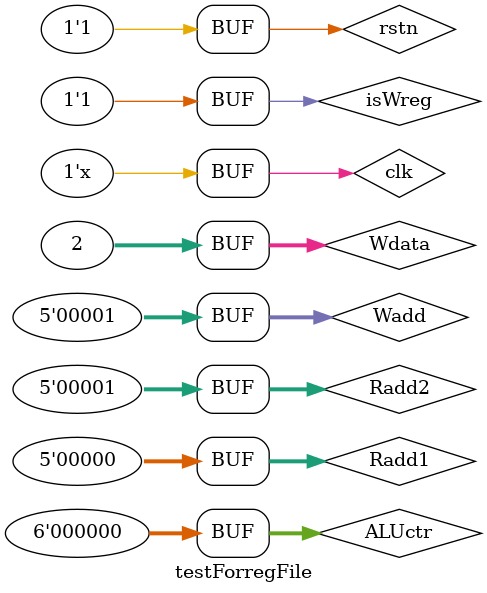
<source format=v>
`timescale 1ns / 1ps


module testForregFile;

    reg clk;
    reg rstn;
    reg [4:0] Wadd;
    reg[31:0] Wdata;
    reg isWreg;

    reg[4:0] Radd1;
    wire[31:0] Rdata1;

    reg[4:0] Radd2;
    wire[31:0] Rdata2;

    reg [5:0] ALUctr;

    wire[31:0] result;

    regFile regFile0(
        .clk(clk),
        .rstn(rstn),
        .Wadd(Wadd),
        .Wdata(Wdata),
        .isWreg(isWreg),
        .Radd1(Radd1),
        .Radd2(Radd2),
        .Rdata1(Rdata1),
        .Rdata2(Rdata2)
    );

    ALU ALU0(
        .rs1(Rdata1),
        .rs2(Rdata2),
        .ALUctr(ALUctr),
        .res(result)
    );

    initial begin
        clk=0;
        rstn=0;
        #100;
        rstn=1'b1;
        isWreg=1'b1;
        Wadd=5'b00000;
        Wdata=32'b0000_0000_0000_0000_0000_0000_0000_0001;
        #100;
        Wadd=5'b00001;
        Wdata=32'b0000_0000_0000_0000_0000_0000_0000_0010;

        #100;
        Radd1=5'b00000;
        Radd2=5'b00001;
        ALUctr=6'b000000;

    end

    always #10 clk=~clk;
endmodule

</source>
